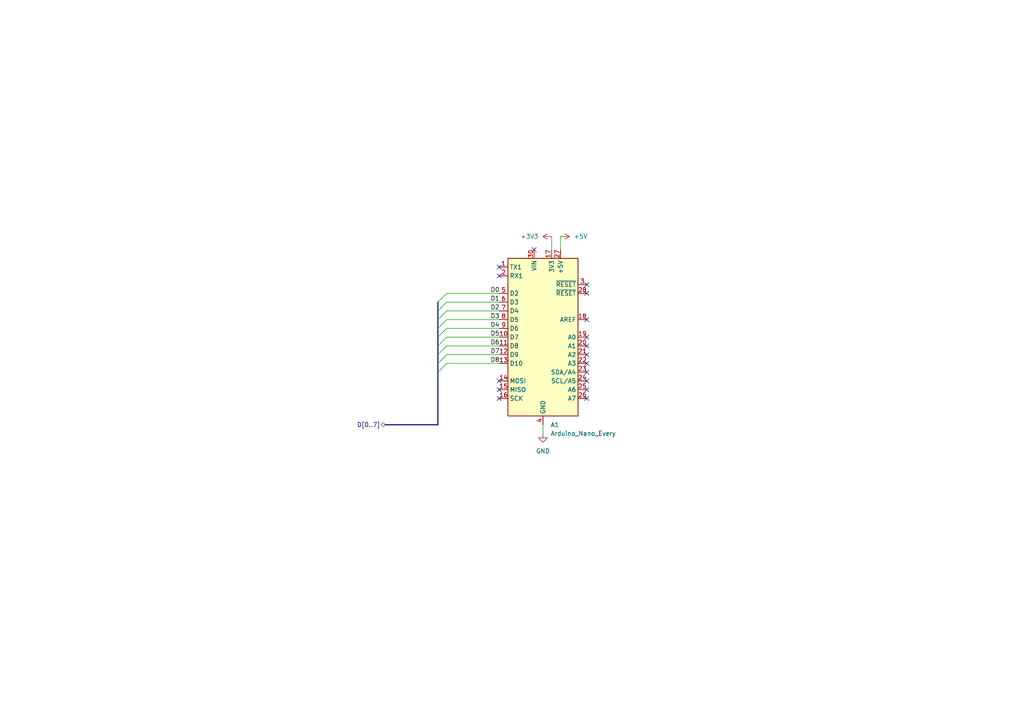
<source format=kicad_sch>
(kicad_sch (version 20230121) (generator eeschema)
  (paper "A4")
  (lib_symbols
    (symbol "MCU_Module:Arduino_Nano_Every"
      (property "Reference" "A" (at -10.16 23.495 0))
      (property "Value" "Arduino_Nano_Every" (at 5.08 -24.13 0))
      (symbol "Arduino_Nano_Every_0_1"
        (rectangle (start -10.16 22.86) (end 10.16 -22.86) (stroke (width 0.254)) (fill (type background)))
      )
      (symbol "Arduino_Nano_Every_1_1"
        (pin bidirectional line (at -12.7 20.32 0) (length 2.54) (name "TX1") (number "1"))
        (pin bidirectional line (at -12.7 0 0) (length 2.54) (name "D7") (number "10"))
        (pin bidirectional line (at -12.7 -2.54 0) (length 2.54) (name "D8") (number "11"))
        (pin bidirectional line (at -12.7 -5.08 0) (length 2.54) (name "D9") (number "12"))
        (pin bidirectional line (at -12.7 -7.62 0) (length 2.54) (name "D10") (number "13"))
        (pin bidirectional line (at -12.7 -12.7 0) (length 2.54) (name "MOSI") (number "14"))
        (pin bidirectional line (at -12.7 -15.24 0) (length 2.54) (name "MISO") (number "15"))
        (pin bidirectional line (at -12.7 -17.78 0) (length 2.54) (name "SCK") (number "16"))
        (pin power_out line (at 2.54 25.4 270) (length 2.54) (name "3V3") (number "17"))
        (pin input line (at 12.7 5.08 180) (length 2.54) (name "AREF") (number "18"))
        (pin bidirectional line (at 12.7 0 180) (length 2.54) (name "A0") (number "19"))
        (pin bidirectional line (at -12.7 17.78 0) (length 2.54) (name "RX1") (number "2"))
        (pin bidirectional line (at 12.7 -2.54 180) (length 2.54) (name "A1") (number "20"))
        (pin bidirectional line (at 12.7 -5.08 180) (length 2.54) (name "A2") (number "21"))
        (pin bidirectional line (at 12.7 -7.62 180) (length 2.54) (name "A3") (number "22"))
        (pin bidirectional line (at 12.7 -10.16 180) (length 2.54) (name "SDA/A4") (number "23"))
        (pin bidirectional line (at 12.7 -12.7 180) (length 2.54) (name "SCL/A5") (number "24"))
        (pin bidirectional line (at 12.7 -15.24 180) (length 2.54) (name "A6") (number "25"))
        (pin bidirectional line (at 12.7 -17.78 180) (length 2.54) (name "A7") (number "26"))
        (pin power_out line (at 5.08 25.4 270) (length 2.54) (name "+5V") (number "27"))
        (pin input line (at 12.7 12.7 180) (length 2.54) (name "~{RESET}") (number "28"))
        (pin passive line (at 0 -25.4 90) (length 2.54) hide (name "GND") (number "29"))
        (pin input line (at 12.7 15.24 180) (length 2.54) (name "~{RESET}") (number "3"))
        (pin power_in line (at -2.54 25.4 270) (length 2.54) (name "VIN") (number "30"))
        (pin power_in line (at 0 -25.4 90) (length 2.54) (name "GND") (number "4"))
        (pin bidirectional line (at -12.7 12.7 0) (length 2.54) (name "D2") (number "5"))
        (pin bidirectional line (at -12.7 10.16 0) (length 2.54) (name "D3") (number "6"))
        (pin bidirectional line (at -12.7 7.62 0) (length 2.54) (name "D4") (number "7"))
        (pin bidirectional line (at -12.7 5.08 0) (length 2.54) (name "D5") (number "8"))
        (pin bidirectional line (at -12.7 2.54 0) (length 2.54) (name "D6") (number "9"))
      )
    )
    (symbol "power:+3V3" (power) (pin_names (offset 0))
      (property "Value" "+3V3" (at 0 3.556 0))
      (symbol "+3V3_0_1"
        (polyline (pts (xy -0.762 1.27) (xy 0 2.54)))
        (polyline (pts (xy 0 0) (xy 0 2.54)))
        (polyline (pts (xy 0 2.54) (xy 0.762 1.27)))
      )
      (symbol "+3V3_1_1"
        (pin power_in line (at 0 0 90) (length 0) hide (name "+3V3") (number "1"))
      )
    )
    (symbol "power:+5V" (power) (pin_names (offset 0))
      (property "Value" "+5V" (at 0 3.556 0))
      (symbol "+5V_0_1"
        (polyline (pts (xy -0.762 1.27) (xy 0 2.54)))
        (polyline (pts (xy 0 0) (xy 0 2.54)))
        (polyline (pts (xy 0 2.54) (xy 0.762 1.27)))
      )
      (symbol "+5V_1_1"
        (pin power_in line (at 0 0 90) (length 0) hide (name "+5V") (number "1"))
      )
    )
    (symbol "power:GND" (power) (pin_names (offset 0))
      (property "Value" "GND" (at 0 -3.81 0))
      (symbol "GND_0_1"
        (polyline (pts (xy 0 0) (xy 0 -1.27) (xy 1.27 -1.27) (xy 0 -2.54) (xy -1.27 -1.27) (xy 0 -1.27)))
      )
      (symbol "GND_1_1"
        (pin power_in line (at 0 0 270) (length 0) hide (name "GND") (number "1"))
      )
    )
  )
  (no_connect (at 170.18 92.71))
  (no_connect (at 144.78 115.57))
  (no_connect (at 170.18 110.49))
  (no_connect (at 144.78 77.47))
  (no_connect (at 170.18 113.03))
  (no_connect (at 170.18 82.55))
  (no_connect (at 144.78 80.01))
  (no_connect (at 154.94 72.39))
  (no_connect (at 170.18 102.87))
  (no_connect (at 170.18 105.41))
  (no_connect (at 170.18 107.95))
  (no_connect (at 170.18 85.09))
  (no_connect (at 144.78 113.03))
  (no_connect (at 170.18 115.57))
  (no_connect (at 170.18 100.33))
  (no_connect (at 144.78 110.49))
  (no_connect (at 170.18 97.79))
  (bus_entry (at 129.54 97.79) (size -2.54 2.54))
  (bus_entry (at 129.54 92.71) (size -2.54 2.54))
  (bus_entry (at 129.54 95.25) (size -2.54 2.54))
  (bus_entry (at 129.54 90.17) (size -2.54 2.54))
  (bus_entry (at 129.54 102.87) (size -2.54 2.54))
  (bus_entry (at 129.54 100.33) (size -2.54 2.54))
  (bus_entry (at 129.54 105.41) (size -2.54 2.54))
  (bus_entry (at 129.54 85.09) (size -2.54 2.54))
  (bus_entry (at 129.54 87.63) (size -2.54 2.54))
  (wire (pts (xy 129.54 105.41) (xy 144.78 105.41)))
  (bus (pts (xy 127 100.33) (xy 127 102.87)))
  (wire (pts (xy 129.54 97.79) (xy 144.78 97.79)))
  (bus (pts (xy 127 90.17) (xy 127 92.71)))
  (wire (pts (xy 160.02 68.58) (xy 160.02 72.39)))
  (wire (pts (xy 129.54 92.71) (xy 144.78 92.71)))
  (wire (pts (xy 129.54 87.63) (xy 144.78 87.63)))
  (bus (pts (xy 127 107.95) (xy 127 123.19)))
  (wire (pts (xy 129.54 102.87) (xy 144.78 102.87)))
  (bus (pts (xy 127 97.79) (xy 127 100.33)))
  (bus (pts (xy 127 102.87) (xy 127 105.41)))
  (wire (pts (xy 129.54 90.17) (xy 144.78 90.17)))
  (bus (pts (xy 127 92.71) (xy 127 95.25)))
  (bus (pts (xy 127 87.63) (xy 127 90.17)))
  (bus (pts (xy 111.76 123.19) (xy 127 123.19)))
  (wire (pts (xy 129.54 95.25) (xy 144.78 95.25)))
  (wire (pts (xy 129.54 85.09) (xy 144.78 85.09)))
  (wire (pts (xy 129.54 100.33) (xy 144.78 100.33)))
  (wire (pts (xy 162.56 68.58) (xy 162.56 72.39)))
  (wire (pts (xy 157.48 123.19) (xy 157.48 125.73)))
  (bus (pts (xy 127 105.41) (xy 127 107.95)))
  (bus (pts (xy 127 95.25) (xy 127 97.79)))
  (label "D2" (at 142.24 90.17 0))
  (label "D0" (at 142.24 85.09 0))
  (label "D8" (at 142.24 105.41 0))
  (label "D4" (at 142.24 95.25 0))
  (label "D1" (at 142.24 87.63 0))
  (label "D3" (at 142.24 92.71 0))
  (label "D5" (at 142.24 97.79 0))
  (label "D7" (at 142.24 102.87 0))
  (label "D6" (at 142.24 100.33 0))
  (hierarchical_label "D[0..7]" (shape bidirectional) (at 111.76 123.19 180))
  (symbol (lib_id "power:+3V3") (at 160.02 68.58 90) (unit 1)
    (property "Reference" "#PWR01" (effects hide))
    (property "Value" "+3V3" (at 156.21 68.58 90) (effects (justify left)))
  )
  (symbol (lib_id "power:+5V") (at 162.56 68.58 270) (unit 1)
    (property "Reference" "#PWR03" (effects hide))
    (property "Value" "+5V" (at 166.37 68.58 90) (effects (justify left)))
  )
  (symbol (lib_id "MCU_Module:Arduino_Nano_Every") (at 157.48 97.79 0) (unit 1)
    (property "Reference" "A1" (at 159.6741 123.19 0) (effects (justify left)))
    (property "Value" "Arduino_Nano_Every" (at 159.6741 125.73 0) (effects (justify left)))
    (property "Footprint" "Module:Arduino_Nano" (effects hide))
    (property "Datasheet" "https://content.arduino.cc/assets/NANOEveryV3.0_sch.pdf" (effects hide))
  )
  (symbol (lib_id "power:GND") (at 157.48 125.73 0) (unit 1)
    (property "Reference" "#PWR02" (effects hide))
    (property "Value" "GND" (at 157.48 130.81 0))
  )
)
</source>
